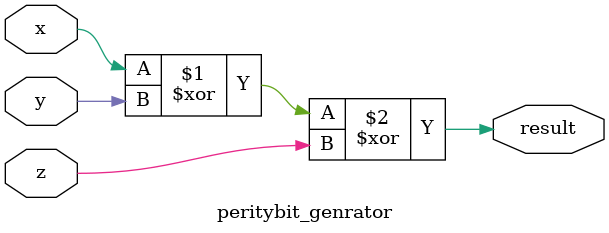
<source format=v>
`timescale 1ns / 1ps


module peritybit_genrator(
input x,y,z,
output result);

xor(result,x,y,z);

endmodule

</source>
